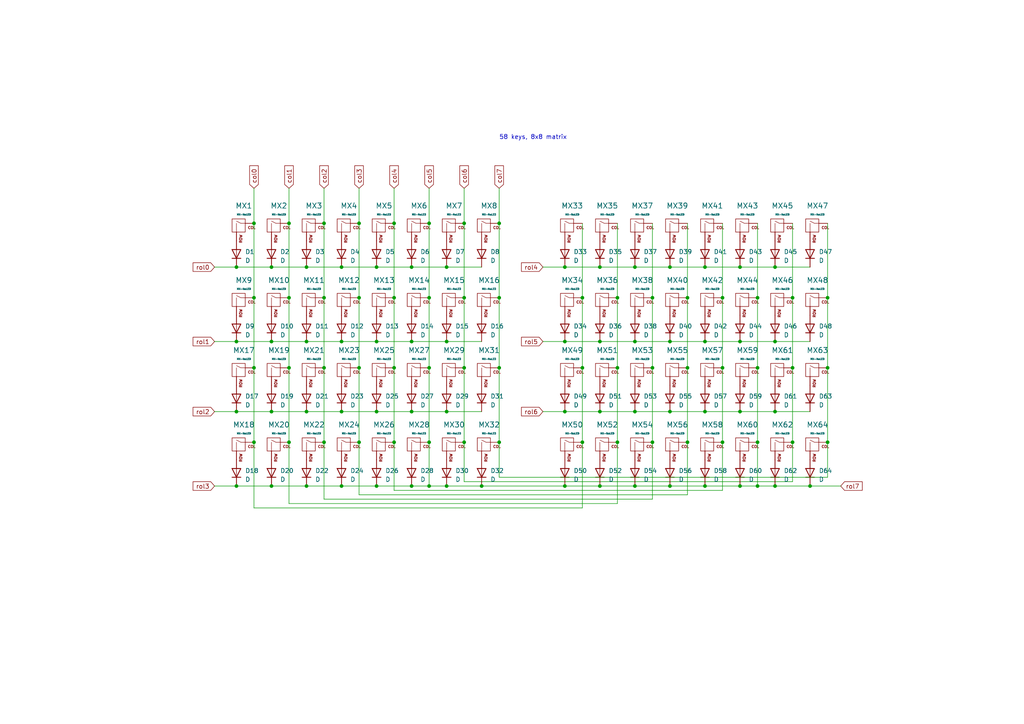
<source format=kicad_sch>
(kicad_sch (version 20230121) (generator eeschema)
  (paper "A4")
  (junction (at 229.87 128.27))
  (junction (at 129.54 119.38))
  (junction (at 224.79 99.06))
  (junction (at 88.9 77.47))
  (junction (at 109.22 119.38))
  (junction (at 114.3 86.36))
  (junction (at 134.62 86.36))
  (junction (at 119.38 140.97))
  (junction (at 114.3 64.77))
  (junction (at 204.47 77.47))
  (junction (at 199.39 128.27))
  (junction (at 144.78 64.77))
  (junction (at 224.79 140.97))
  (junction (at 214.63 77.47))
  (junction (at 163.83 77.47))
  (junction (at 78.74 77.47))
  (junction (at 163.83 99.06))
  (junction (at 219.71 86.36))
  (junction (at 88.9 140.97))
  (junction (at 184.15 140.97))
  (junction (at 119.38 77.47))
  (junction (at 68.58 119.38))
  (junction (at 134.62 128.27))
  (junction (at 189.23 128.27))
  (junction (at 114.3 128.27))
  (junction (at 124.46 140.97))
  (junction (at 179.07 106.68))
  (junction (at 204.47 119.38))
  (junction (at 199.39 86.36))
  (junction (at 109.22 99.06))
  (junction (at 194.31 119.38))
  (junction (at 88.9 119.38))
  (junction (at 173.99 119.38))
  (junction (at 68.58 140.97))
  (junction (at 109.22 140.97))
  (junction (at 219.71 140.97))
  (junction (at 179.07 128.27))
  (junction (at 73.66 128.27))
  (junction (at 99.06 140.97))
  (junction (at 73.66 106.68))
  (junction (at 168.91 128.27))
  (junction (at 229.87 106.68))
  (junction (at 83.82 106.68))
  (junction (at 93.98 128.27))
  (junction (at 134.62 64.77))
  (junction (at 194.31 77.47))
  (junction (at 184.15 99.06))
  (junction (at 144.78 128.27))
  (junction (at 173.99 140.97))
  (junction (at 73.66 86.36))
  (junction (at 240.03 106.68))
  (junction (at 240.03 86.36))
  (junction (at 204.47 99.06))
  (junction (at 78.74 140.97))
  (junction (at 204.47 140.97))
  (junction (at 224.79 119.38))
  (junction (at 214.63 99.06))
  (junction (at 68.58 99.06))
  (junction (at 78.74 119.38))
  (junction (at 163.83 119.38))
  (junction (at 144.78 86.36))
  (junction (at 234.95 140.97))
  (junction (at 224.79 77.47))
  (junction (at 189.23 86.36))
  (junction (at 93.98 64.77))
  (junction (at 129.54 77.47))
  (junction (at 119.38 119.38))
  (junction (at 124.46 106.68))
  (junction (at 214.63 119.38))
  (junction (at 73.66 64.77))
  (junction (at 104.14 128.27))
  (junction (at 168.91 86.36))
  (junction (at 83.82 128.27))
  (junction (at 173.99 99.06))
  (junction (at 83.82 86.36))
  (junction (at 173.99 77.47))
  (junction (at 189.23 106.68))
  (junction (at 93.98 106.68))
  (junction (at 104.14 106.68))
  (junction (at 129.54 99.06))
  (junction (at 124.46 64.77))
  (junction (at 184.15 119.38))
  (junction (at 209.55 86.36))
  (junction (at 194.31 140.97))
  (junction (at 83.82 64.77))
  (junction (at 119.38 99.06))
  (junction (at 129.54 140.97))
  (junction (at 68.58 77.47))
  (junction (at 214.63 140.97))
  (junction (at 184.15 77.47))
  (junction (at 104.14 64.77))
  (junction (at 124.46 128.27))
  (junction (at 163.83 140.97))
  (junction (at 179.07 86.36))
  (junction (at 114.3 106.68))
  (junction (at 104.14 86.36))
  (junction (at 109.22 77.47))
  (junction (at 199.39 106.68))
  (junction (at 194.31 99.06))
  (junction (at 139.7 140.97))
  (junction (at 99.06 119.38))
  (junction (at 124.46 86.36))
  (junction (at 168.91 106.68))
  (junction (at 209.55 106.68))
  (junction (at 219.71 106.68))
  (junction (at 134.62 106.68))
  (junction (at 144.78 106.68))
  (junction (at 99.06 99.06))
  (junction (at 88.9 99.06))
  (junction (at 209.55 128.27))
  (junction (at 219.71 128.27))
  (junction (at 229.87 86.36))
  (junction (at 99.06 77.47))
  (junction (at 78.74 99.06))
  (junction (at 240.03 128.27))
  (junction (at 93.98 86.36))
  (wire (pts (xy 88.9 140.97) (xy 99.06 140.97)))
  (wire (pts (xy 204.47 99.06) (xy 214.63 99.06)))
  (wire (pts (xy 114.3 106.68) (xy 114.3 128.27)))
  (wire (pts (xy 163.83 140.97) (xy 173.99 140.97)))
  (wire (pts (xy 124.46 106.68) (xy 124.46 128.27)))
  (wire (pts (xy 240.03 86.36) (xy 240.03 106.68)))
  (wire (pts (xy 73.66 54.61) (xy 73.66 64.77)))
  (wire (pts (xy 179.07 146.05) (xy 179.07 128.27)))
  (wire (pts (xy 224.79 140.97) (xy 234.95 140.97)))
  (wire (pts (xy 179.07 86.36) (xy 179.07 106.68)))
  (wire (pts (xy 229.87 106.68) (xy 229.87 128.27)))
  (wire (pts (xy 124.46 86.36) (xy 124.46 106.68)))
  (wire (pts (xy 134.62 54.61) (xy 134.62 64.77)))
  (wire (pts (xy 184.15 119.38) (xy 194.31 119.38)))
  (wire (pts (xy 62.23 140.97) (xy 68.58 140.97)))
  (wire (pts (xy 104.14 106.68) (xy 104.14 128.27)))
  (wire (pts (xy 168.91 106.68) (xy 168.91 128.27)))
  (wire (pts (xy 129.54 77.47) (xy 139.7 77.47)))
  (wire (pts (xy 124.46 54.61) (xy 124.46 64.77)))
  (wire (pts (xy 83.82 86.36) (xy 83.82 106.68)))
  (wire (pts (xy 73.66 86.36) (xy 73.66 106.68)))
  (wire (pts (xy 199.39 143.51) (xy 199.39 128.27)))
  (wire (pts (xy 173.99 119.38) (xy 184.15 119.38)))
  (wire (pts (xy 88.9 77.47) (xy 99.06 77.47)))
  (wire (pts (xy 83.82 64.77) (xy 83.82 86.36)))
  (wire (pts (xy 119.38 140.97) (xy 124.46 140.97)))
  (wire (pts (xy 124.46 140.97) (xy 129.54 140.97)))
  (wire (pts (xy 88.9 119.38) (xy 99.06 119.38)))
  (wire (pts (xy 214.63 99.06) (xy 224.79 99.06)))
  (wire (pts (xy 214.63 77.47) (xy 224.79 77.47)))
  (wire (pts (xy 168.91 86.36) (xy 168.91 106.68)))
  (wire (pts (xy 199.39 143.51) (xy 104.14 143.51)))
  (wire (pts (xy 78.74 119.38) (xy 88.9 119.38)))
  (wire (pts (xy 189.23 64.77) (xy 189.23 86.36)))
  (wire (pts (xy 173.99 77.47) (xy 184.15 77.47)))
  (wire (pts (xy 114.3 54.61) (xy 114.3 64.77)))
  (wire (pts (xy 173.99 140.97) (xy 184.15 140.97)))
  (wire (pts (xy 124.46 140.97) (xy 124.46 128.27)))
  (wire (pts (xy 68.58 119.38) (xy 78.74 119.38)))
  (wire (pts (xy 114.3 86.36) (xy 114.3 106.68)))
  (wire (pts (xy 83.82 106.68) (xy 83.82 128.27)))
  (wire (pts (xy 73.66 106.68) (xy 73.66 128.27)))
  (wire (pts (xy 204.47 77.47) (xy 214.63 77.47)))
  (wire (pts (xy 189.23 106.68) (xy 189.23 128.27)))
  (wire (pts (xy 189.23 144.78) (xy 189.23 128.27)))
  (wire (pts (xy 240.03 106.68) (xy 240.03 128.27)))
  (wire (pts (xy 139.7 140.97) (xy 163.83 140.97)))
  (wire (pts (xy 209.55 142.24) (xy 209.55 128.27)))
  (wire (pts (xy 184.15 99.06) (xy 194.31 99.06)))
  (wire (pts (xy 104.14 143.51) (xy 104.14 128.27)))
  (wire (pts (xy 93.98 64.77) (xy 93.98 86.36)))
  (wire (pts (xy 99.06 99.06) (xy 109.22 99.06)))
  (wire (pts (xy 214.63 119.38) (xy 224.79 119.38)))
  (wire (pts (xy 99.06 140.97) (xy 109.22 140.97)))
  (wire (pts (xy 240.03 138.43) (xy 240.03 128.27)))
  (wire (pts (xy 104.14 86.36) (xy 104.14 106.68)))
  (wire (pts (xy 144.78 64.77) (xy 144.78 86.36)))
  (wire (pts (xy 73.66 64.77) (xy 73.66 86.36)))
  (wire (pts (xy 68.58 77.47) (xy 78.74 77.47)))
  (wire (pts (xy 194.31 99.06) (xy 204.47 99.06)))
  (wire (pts (xy 93.98 106.68) (xy 93.98 128.27)))
  (wire (pts (xy 73.66 147.32) (xy 73.66 128.27)))
  (wire (pts (xy 119.38 99.06) (xy 129.54 99.06)))
  (wire (pts (xy 189.23 86.36) (xy 189.23 106.68)))
  (wire (pts (xy 219.71 86.36) (xy 219.71 106.68)))
  (wire (pts (xy 163.83 119.38) (xy 173.99 119.38)))
  (wire (pts (xy 62.23 119.38) (xy 68.58 119.38)))
  (wire (pts (xy 62.23 99.06) (xy 68.58 99.06)))
  (wire (pts (xy 129.54 99.06) (xy 139.7 99.06)))
  (wire (pts (xy 114.3 142.24) (xy 114.3 128.27)))
  (wire (pts (xy 78.74 77.47) (xy 88.9 77.47)))
  (wire (pts (xy 199.39 106.68) (xy 199.39 128.27)))
  (wire (pts (xy 93.98 86.36) (xy 93.98 106.68)))
  (wire (pts (xy 88.9 99.06) (xy 99.06 99.06)))
  (wire (pts (xy 124.46 64.77) (xy 124.46 86.36)))
  (wire (pts (xy 109.22 140.97) (xy 119.38 140.97)))
  (wire (pts (xy 144.78 106.68) (xy 144.78 128.27)))
  (wire (pts (xy 83.82 146.05) (xy 83.82 128.27)))
  (wire (pts (xy 204.47 119.38) (xy 214.63 119.38)))
  (wire (pts (xy 229.87 64.77) (xy 229.87 86.36)))
  (wire (pts (xy 144.78 138.43) (xy 144.78 128.27)))
  (wire (pts (xy 194.31 119.38) (xy 204.47 119.38)))
  (wire (pts (xy 93.98 144.78) (xy 93.98 128.27)))
  (wire (pts (xy 209.55 142.24) (xy 114.3 142.24)))
  (wire (pts (xy 119.38 77.47) (xy 129.54 77.47)))
  (wire (pts (xy 199.39 64.77) (xy 199.39 86.36)))
  (wire (pts (xy 219.71 64.77) (xy 219.71 86.36)))
  (wire (pts (xy 219.71 140.97) (xy 224.79 140.97)))
  (wire (pts (xy 224.79 119.38) (xy 234.95 119.38)))
  (wire (pts (xy 134.62 139.7) (xy 134.62 128.27)))
  (wire (pts (xy 134.62 64.77) (xy 134.62 86.36)))
  (wire (pts (xy 168.91 147.32) (xy 73.66 147.32)))
  (wire (pts (xy 129.54 140.97) (xy 139.7 140.97)))
  (wire (pts (xy 83.82 54.61) (xy 83.82 64.77)))
  (wire (pts (xy 229.87 139.7) (xy 134.62 139.7)))
  (wire (pts (xy 168.91 64.77) (xy 168.91 86.36)))
  (wire (pts (xy 240.03 138.43) (xy 144.78 138.43)))
  (wire (pts (xy 134.62 86.36) (xy 134.62 106.68)))
  (wire (pts (xy 189.23 144.78) (xy 93.98 144.78)))
  (wire (pts (xy 243.84 140.97) (xy 234.95 140.97)))
  (wire (pts (xy 134.62 106.68) (xy 134.62 128.27)))
  (wire (pts (xy 219.71 140.97) (xy 219.71 128.27)))
  (wire (pts (xy 163.83 99.06) (xy 173.99 99.06)))
  (wire (pts (xy 109.22 119.38) (xy 119.38 119.38)))
  (wire (pts (xy 184.15 77.47) (xy 194.31 77.47)))
  (wire (pts (xy 229.87 86.36) (xy 229.87 106.68)))
  (wire (pts (xy 184.15 140.97) (xy 194.31 140.97)))
  (wire (pts (xy 129.54 119.38) (xy 139.7 119.38)))
  (wire (pts (xy 109.22 77.47) (xy 119.38 77.47)))
  (wire (pts (xy 229.87 139.7) (xy 229.87 128.27)))
  (wire (pts (xy 68.58 140.97) (xy 78.74 140.97)))
  (wire (pts (xy 144.78 86.36) (xy 144.78 106.68)))
  (wire (pts (xy 209.55 106.68) (xy 209.55 128.27)))
  (wire (pts (xy 179.07 106.68) (xy 179.07 128.27)))
  (wire (pts (xy 78.74 140.97) (xy 88.9 140.97)))
  (wire (pts (xy 199.39 106.68) (xy 199.39 86.36)))
  (wire (pts (xy 179.07 146.05) (xy 83.82 146.05)))
  (wire (pts (xy 99.06 77.47) (xy 109.22 77.47)))
  (wire (pts (xy 168.91 147.32) (xy 168.91 128.27)))
  (wire (pts (xy 240.03 64.77) (xy 240.03 86.36)))
  (wire (pts (xy 114.3 64.77) (xy 114.3 86.36)))
  (wire (pts (xy 173.99 99.06) (xy 184.15 99.06)))
  (wire (pts (xy 224.79 99.06) (xy 234.95 99.06)))
  (wire (pts (xy 179.07 64.77) (xy 179.07 86.36)))
  (wire (pts (xy 209.55 86.36) (xy 209.55 106.68)))
  (wire (pts (xy 194.31 77.47) (xy 204.47 77.47)))
  (wire (pts (xy 62.23 77.47) (xy 68.58 77.47)))
  (wire (pts (xy 163.83 77.47) (xy 173.99 77.47)))
  (wire (pts (xy 93.98 54.61) (xy 93.98 64.77)))
  (wire (pts (xy 99.06 119.38) (xy 109.22 119.38)))
  (wire (pts (xy 68.58 99.06) (xy 78.74 99.06)))
  (wire (pts (xy 224.79 77.47) (xy 234.95 77.47)))
  (wire (pts (xy 204.47 140.97) (xy 214.63 140.97)))
  (wire (pts (xy 157.48 99.06) (xy 163.83 99.06)))
  (wire (pts (xy 194.31 140.97) (xy 204.47 140.97)))
  (wire (pts (xy 157.48 119.38) (xy 163.83 119.38)))
  (wire (pts (xy 209.55 64.77) (xy 209.55 86.36)))
  (wire (pts (xy 144.78 54.61) (xy 144.78 64.77)))
  (wire (pts (xy 219.71 106.68) (xy 219.71 128.27)))
  (wire (pts (xy 109.22 99.06) (xy 119.38 99.06)))
  (wire (pts (xy 214.63 140.97) (xy 219.71 140.97)))
  (wire (pts (xy 104.14 64.77) (xy 104.14 86.36)))
  (wire (pts (xy 78.74 99.06) (xy 88.9 99.06)))
  (wire (pts (xy 157.48 77.47) (xy 163.83 77.47)))
  (wire (pts (xy 104.14 54.61) (xy 104.14 64.77)))
  (wire (pts (xy 119.38 119.38) (xy 129.54 119.38)))
  (text "58 keys, 8x8 matrix" (at 144.78 40.64 0) (effects (font (size 1.27 1.27)) (justify left bottom)))
  (global_label "rol0" (shape input) (at 62.23 77.47 180) (property "Intersheetrefs" "${INTERSHEET_REFS}" (effects hide)))
  (global_label "col5" (shape input) (at 124.46 54.61 90) (property "Intersheetrefs" "${INTERSHEET_REFS}" (effects hide)))
  (global_label "col6" (shape input) (at 134.62 54.61 90) (property "Intersheetrefs" "${INTERSHEET_REFS}" (effects hide)))
  (global_label "col7" (shape input) (at 144.78 54.61 90) (property "Intersheetrefs" "${INTERSHEET_REFS}" (effects hide)))
  (global_label "rol1" (shape input) (at 62.23 99.06 180) (property "Intersheetrefs" "${INTERSHEET_REFS}" (effects hide)))
  (global_label "rol6" (shape input) (at 157.48 119.38 180) (property "Intersheetrefs" "${INTERSHEET_REFS}" (effects hide)))
  (global_label "col1" (shape input) (at 83.82 54.61 90) (property "Intersheetrefs" "${INTERSHEET_REFS}" (effects hide)))
  (global_label "rol3" (shape input) (at 62.23 140.97 180) (property "Intersheetrefs" "${INTERSHEET_REFS}" (effects hide)))
  (global_label "rol2" (shape input) (at 62.23 119.38 180) (property "Intersheetrefs" "${INTERSHEET_REFS}" (effects hide)))
  (global_label "rol4" (shape input) (at 157.48 77.47 180) (property "Intersheetrefs" "${INTERSHEET_REFS}" (effects hide)))
  (global_label "col4" (shape input) (at 114.3 54.61 90) (property "Intersheetrefs" "${INTERSHEET_REFS}" (effects hide)))
  (global_label "col0" (shape input) (at 73.66 54.61 90) (property "Intersheetrefs" "${INTERSHEET_REFS}" (effects hide)))
  (global_label "col2" (shape input) (at 93.98 54.61 90) (property "Intersheetrefs" "${INTERSHEET_REFS}" (effects hide)))
  (global_label "col3" (shape input) (at 104.14 54.61 90) (property "Intersheetrefs" "${INTERSHEET_REFS}" (effects hide)))
  (global_label "rol7" (shape input) (at 243.84 140.97 0) (property "Intersheetrefs" "${INTERSHEET_REFS}" (effects hide)))
  (global_label "rol5" (shape input) (at 157.48 99.06 180) (property "Intersheetrefs" "${INTERSHEET_REFS}" (effects hide)))
  (symbol (lib_id "Device:D") (at 68.58 137.16 90) (unit 1)
    (property "Reference" "D18" (at 71.12 136.525 90) (effects (justify right)))
    (property "Value" "D" (at 71.12 139.065 90) (effects (justify right)))
    (property "Footprint" "Diode_SMD:D_0201_0603Metric_Pad0.64x0.40mm_HandSolder" (effects hide))
    (property "Sim.Device" "D" (effects hide))
    (property "Sim.Pins" "1=K 2=A" (effects hide))
  )
  (symbol (lib_id "Device:D") (at 99.06 137.16 90) (unit 1)
    (property "Reference" "D24" (at 101.6 136.525 90) (effects (justify right)))
    (property "Value" "D" (at 101.6 139.065 90) (effects (justify right)))
    (property "Footprint" "Diode_SMD:D_0201_0603Metric_Pad0.64x0.40mm_HandSolder" (effects hide))
    (property "Sim.Device" "D" (effects hide))
    (property "Sim.Pins" "1=K 2=A" (effects hide))
  )
  (symbol (lib_id "Device:D") (at 204.47 115.57 90) (unit 1)
    (property "Reference" "D57" (at 207.01 114.935 90) (effects (justify right)))
    (property "Value" "D" (at 207.01 117.475 90) (effects (justify right)))
    (property "Footprint" "Diode_SMD:D_0201_0603Metric_Pad0.64x0.40mm_HandSolder" (effects hide))
    (property "Sim.Device" "D" (effects hide))
    (property "Sim.Pins" "1=K 2=A" (effects hide))
  )
  (symbol (lib_id "Device:D") (at 184.15 137.16 90) (unit 1)
    (property "Reference" "D54" (at 186.69 136.525 90) (effects (justify right)))
    (property "Value" "D" (at 186.69 139.065 90) (effects (justify right)))
    (property "Footprint" "Diode_SMD:D_0201_0603Metric_Pad0.64x0.40mm_HandSolder" (effects hide))
    (property "Sim.Device" "D" (effects hide))
    (property "Sim.Pins" "1=K 2=A" (effects hide))
  )
  (symbol (lib_id "MX_Alps_Hybrid:MX-NoLED") (at 100.33 129.54 0) (unit 1)
    (property "Reference" "MX24" (at 101.2132 123.19 0) (effects (font (size 1.524 1.524))))
    (property "Value" "MX-NoLED" (at 101.2132 125.73 0) (effects (font (size 0.508 0.508))))
    (property "Footprint" "Button_Switch_Keyboard:SW_Cherry_MX_1.00u_PCB" (effects hide))
  )
  (symbol (lib_id "MX_Alps_Hybrid:MX-NoLED") (at 140.97 66.04 0) (unit 1)
    (property "Reference" "MX8" (at 141.8532 59.69 0) (effects (font (size 1.524 1.524))))
    (property "Value" "MX-NoLED" (at 141.8532 62.23 0) (effects (font (size 0.508 0.508))))
    (property "Footprint" "Button_Switch_Keyboard:SW_Cherry_MX_1.00u_PCB" (effects hide))
  )
  (symbol (lib_id "Device:D") (at 99.06 95.25 90) (unit 1)
    (property "Reference" "D12" (at 101.6 94.615 90) (effects (justify right)))
    (property "Value" "D" (at 101.6 97.155 90) (effects (justify right)))
    (property "Footprint" "Diode_SMD:D_0201_0603Metric_Pad0.64x0.40mm_HandSolder" (effects hide))
    (property "Sim.Device" "D" (effects hide))
    (property "Sim.Pins" "1=K 2=A" (effects hide))
  )
  (symbol (lib_id "Device:D") (at 214.63 115.57 90) (unit 1)
    (property "Reference" "D59" (at 217.17 114.935 90) (effects (justify right)))
    (property "Value" "D" (at 217.17 117.475 90) (effects (justify right)))
    (property "Footprint" "Diode_SMD:D_0201_0603Metric_Pad0.64x0.40mm_HandSolder" (effects hide))
    (property "Sim.Device" "D" (effects hide))
    (property "Sim.Pins" "1=K 2=A" (effects hide))
  )
  (symbol (lib_id "MX_Alps_Hybrid:MX-NoLED") (at 140.97 107.95 0) (unit 1)
    (property "Reference" "MX31" (at 141.8532 101.6 0) (effects (font (size 1.524 1.524))))
    (property "Value" "MX-NoLED" (at 141.8532 104.14 0) (effects (font (size 0.508 0.508))))
    (property "Footprint" "Button_Switch_Keyboard:SW_Cherry_MX_1.00u_PCB" (effects hide))
  )
  (symbol (lib_id "Device:D") (at 68.58 95.25 90) (unit 1)
    (property "Reference" "D9" (at 71.12 94.615 90) (effects (justify right)))
    (property "Value" "D" (at 71.12 97.155 90) (effects (justify right)))
    (property "Footprint" "Diode_SMD:D_0201_0603Metric_Pad0.64x0.40mm_HandSolder" (effects hide))
    (property "Sim.Device" "D" (effects hide))
    (property "Sim.Pins" "1=K 2=A" (effects hide))
  )
  (symbol (lib_id "MX_Alps_Hybrid:MX-NoLED") (at 165.1 129.54 0) (unit 1)
    (property "Reference" "MX50" (at 165.9832 123.19 0) (effects (font (size 1.524 1.524))))
    (property "Value" "MX-NoLED" (at 165.9832 125.73 0) (effects (font (size 0.508 0.508))))
    (property "Footprint" "Button_Switch_Keyboard:SW_Cherry_MX_1.00u_PCB" (effects hide))
  )
  (symbol (lib_id "MX_Alps_Hybrid:MX-NoLED") (at 120.65 107.95 0) (unit 1)
    (property "Reference" "MX27" (at 121.5332 101.6 0) (effects (font (size 1.524 1.524))))
    (property "Value" "MX-NoLED" (at 121.5332 104.14 0) (effects (font (size 0.508 0.508))))
    (property "Footprint" "Button_Switch_Keyboard:SW_Cherry_MX_1.00u_PCB" (effects hide))
  )
  (symbol (lib_id "MX_Alps_Hybrid:MX-NoLED") (at 205.74 66.04 0) (unit 1)
    (property "Reference" "MX41" (at 206.6232 59.69 0) (effects (font (size 1.524 1.524))))
    (property "Value" "MX-NoLED" (at 206.6232 62.23 0) (effects (font (size 0.508 0.508))))
    (property "Footprint" "Button_Switch_Keyboard:SW_Cherry_MX_1.00u_PCB" (effects hide))
  )
  (symbol (lib_id "Device:D") (at 204.47 73.66 90) (unit 1)
    (property "Reference" "D41" (at 207.01 73.025 90) (effects (justify right)))
    (property "Value" "D" (at 207.01 75.565 90) (effects (justify right)))
    (property "Footprint" "Diode_SMD:D_0201_0603Metric_Pad0.64x0.40mm_HandSolder" (effects hide))
    (property "Sim.Device" "D" (effects hide))
    (property "Sim.Pins" "1=K 2=A" (effects hide))
  )
  (symbol (lib_id "Device:D") (at 224.79 115.57 90) (unit 1)
    (property "Reference" "D61" (at 227.33 114.935 90) (effects (justify right)))
    (property "Value" "D" (at 227.33 117.475 90) (effects (justify right)))
    (property "Footprint" "Diode_SMD:D_0201_0603Metric_Pad0.64x0.40mm_HandSolder" (effects hide))
    (property "Sim.Device" "D" (effects hide))
    (property "Sim.Pins" "1=K 2=A" (effects hide))
  )
  (symbol (lib_id "Device:D") (at 184.15 95.25 90) (unit 1)
    (property "Reference" "D38" (at 186.69 94.615 90) (effects (justify right)))
    (property "Value" "D" (at 186.69 97.155 90) (effects (justify right)))
    (property "Footprint" "Diode_SMD:D_0201_0603Metric_Pad0.64x0.40mm_HandSolder" (effects hide))
    (property "Sim.Device" "D" (effects hide))
    (property "Sim.Pins" "1=K 2=A" (effects hide))
  )
  (symbol (lib_id "MX_Alps_Hybrid:MX-NoLED") (at 226.06 129.54 0) (unit 1)
    (property "Reference" "MX62" (at 226.9432 123.19 0) (effects (font (size 1.524 1.524))))
    (property "Value" "MX-NoLED" (at 226.9432 125.73 0) (effects (font (size 0.508 0.508))))
    (property "Footprint" "Button_Switch_Keyboard:SW_Cherry_MX_1.00u_PCB" (effects hide))
  )
  (symbol (lib_id "Device:D") (at 214.63 95.25 90) (unit 1)
    (property "Reference" "D44" (at 217.17 94.615 90) (effects (justify right)))
    (property "Value" "D" (at 217.17 97.155 90) (effects (justify right)))
    (property "Footprint" "Diode_SMD:D_0201_0603Metric_Pad0.64x0.40mm_HandSolder" (effects hide))
    (property "Sim.Device" "D" (effects hide))
    (property "Sim.Pins" "1=K 2=A" (effects hide))
  )
  (symbol (lib_id "Device:D") (at 78.74 115.57 90) (unit 1)
    (property "Reference" "D19" (at 81.28 114.935 90) (effects (justify right)))
    (property "Value" "D" (at 81.28 117.475 90) (effects (justify right)))
    (property "Footprint" "Diode_SMD:D_0201_0603Metric_Pad0.64x0.40mm_HandSolder" (effects hide))
    (property "Sim.Device" "D" (effects hide))
    (property "Sim.Pins" "1=K 2=A" (effects hide))
  )
  (symbol (lib_id "Device:D") (at 129.54 73.66 90) (unit 1)
    (property "Reference" "D7" (at 132.08 73.025 90) (effects (justify right)))
    (property "Value" "D" (at 132.08 75.565 90) (effects (justify right)))
    (property "Footprint" "Diode_SMD:D_0201_0603Metric_Pad0.64x0.40mm_HandSolder" (effects hide))
    (property "Sim.Device" "D" (effects hide))
    (property "Sim.Pins" "1=K 2=A" (effects hide))
  )
  (symbol (lib_id "Device:D") (at 78.74 137.16 90) (unit 1)
    (property "Reference" "D20" (at 81.28 136.525 90) (effects (justify right)))
    (property "Value" "D" (at 81.28 139.065 90) (effects (justify right)))
    (property "Footprint" "Diode_SMD:D_0201_0603Metric_Pad0.64x0.40mm_HandSolder" (effects hide))
    (property "Sim.Device" "D" (effects hide))
    (property "Sim.Pins" "1=K 2=A" (effects hide))
  )
  (symbol (lib_id "Device:D") (at 163.83 115.57 90) (unit 1)
    (property "Reference" "D49" (at 166.37 114.935 90) (effects (justify right)))
    (property "Value" "D" (at 166.37 117.475 90) (effects (justify right)))
    (property "Footprint" "Diode_SMD:D_0201_0603Metric_Pad0.64x0.40mm_HandSolder" (effects hide))
    (property "Sim.Device" "D" (effects hide))
    (property "Sim.Pins" "1=K 2=A" (effects hide))
  )
  (symbol (lib_id "Device:D") (at 194.31 95.25 90) (unit 1)
    (property "Reference" "D40" (at 196.85 94.615 90) (effects (justify right)))
    (property "Value" "D" (at 196.85 97.155 90) (effects (justify right)))
    (property "Footprint" "Diode_SMD:D_0201_0603Metric_Pad0.64x0.40mm_HandSolder" (effects hide))
    (property "Sim.Device" "D" (effects hide))
    (property "Sim.Pins" "1=K 2=A" (effects hide))
  )
  (symbol (lib_id "MX_Alps_Hybrid:MX-NoLED") (at 226.06 107.95 0) (unit 1)
    (property "Reference" "MX61" (at 226.9432 101.6 0) (effects (font (size 1.524 1.524))))
    (property "Value" "MX-NoLED" (at 226.9432 104.14 0) (effects (font (size 0.508 0.508))))
    (property "Footprint" "Button_Switch_Keyboard:SW_Cherry_MX_1.00u_PCB" (effects hide))
  )
  (symbol (lib_id "Device:D") (at 119.38 95.25 90) (unit 1)
    (property "Reference" "D14" (at 121.92 94.615 90) (effects (justify right)))
    (property "Value" "D" (at 121.92 97.155 90) (effects (justify right)))
    (property "Footprint" "Diode_SMD:D_0201_0603Metric_Pad0.64x0.40mm_HandSolder" (effects hide))
    (property "Sim.Device" "D" (effects hide))
    (property "Sim.Pins" "1=K 2=A" (effects hide))
  )
  (symbol (lib_id "Device:D") (at 129.54 115.57 90) (unit 1)
    (property "Reference" "D29" (at 132.08 114.935 90) (effects (justify right)))
    (property "Value" "D" (at 132.08 117.475 90) (effects (justify right)))
    (property "Footprint" "Diode_SMD:D_0201_0603Metric_Pad0.64x0.40mm_HandSolder" (effects hide))
    (property "Sim.Device" "D" (effects hide))
    (property "Sim.Pins" "1=K 2=A" (effects hide))
  )
  (symbol (lib_id "MX_Alps_Hybrid:MX-NoLED") (at 69.85 66.04 0) (unit 1)
    (property "Reference" "MX1" (at 70.7332 59.69 0) (effects (font (size 1.524 1.524))))
    (property "Value" "MX-NoLED" (at 70.7332 62.23 0) (effects (font (size 0.508 0.508))))
    (property "Footprint" "Button_Switch_Keyboard:SW_Cherry_MX_1.00u_PCB" (effects hide))
  )
  (symbol (lib_id "MX_Alps_Hybrid:MX-NoLED") (at 236.22 87.63 0) (unit 1)
    (property "Reference" "MX48" (at 237.1032 81.28 0) (effects (font (size 1.524 1.524))))
    (property "Value" "MX-NoLED" (at 237.1032 83.82 0) (effects (font (size 0.508 0.508))))
    (property "Footprint" "Button_Switch_Keyboard:SW_Cherry_MX_1.00u_PCB" (effects hide))
  )
  (symbol (lib_id "MX_Alps_Hybrid:MX-NoLED") (at 80.01 87.63 0) (unit 1)
    (property "Reference" "MX10" (at 80.8932 81.28 0) (effects (font (size 1.524 1.524))))
    (property "Value" "MX-NoLED" (at 80.8932 83.82 0) (effects (font (size 0.508 0.508))))
    (property "Footprint" "Button_Switch_Keyboard:SW_Cherry_MX_1.00u_PCB" (effects hide))
  )
  (symbol (lib_id "Device:D") (at 234.95 137.16 90) (unit 1)
    (property "Reference" "D64" (at 237.49 136.525 90) (effects (justify right)))
    (property "Value" "D" (at 237.49 139.065 90) (effects (justify right)))
    (property "Footprint" "Diode_SMD:D_0201_0603Metric_Pad0.64x0.40mm_HandSolder" (effects hide))
    (property "Sim.Device" "D" (effects hide))
    (property "Sim.Pins" "1=K 2=A" (effects hide))
  )
  (symbol (lib_id "MX_Alps_Hybrid:MX-NoLED") (at 205.74 107.95 0) (unit 1)
    (property "Reference" "MX57" (at 206.6232 101.6 0) (effects (font (size 1.524 1.524))))
    (property "Value" "MX-NoLED" (at 206.6232 104.14 0) (effects (font (size 0.508 0.508))))
    (property "Footprint" "Button_Switch_Keyboard:SW_Cherry_MX_1.00u_PCB" (effects hide))
  )
  (symbol (lib_id "MX_Alps_Hybrid:MX-NoLED") (at 120.65 66.04 0) (unit 1)
    (property "Reference" "MX6" (at 121.5332 59.69 0) (effects (font (size 1.524 1.524))))
    (property "Value" "MX-NoLED" (at 121.5332 62.23 0) (effects (font (size 0.508 0.508))))
    (property "Footprint" "Button_Switch_Keyboard:SW_Cherry_MX_1.00u_PCB" (effects hide))
  )
  (symbol (lib_id "MX_Alps_Hybrid:MX-NoLED") (at 69.85 87.63 0) (unit 1)
    (property "Reference" "MX9" (at 70.7332 81.28 0) (effects (font (size 1.524 1.524))))
    (property "Value" "MX-NoLED" (at 70.7332 83.82 0) (effects (font (size 0.508 0.508))))
    (property "Footprint" "Button_Switch_Keyboard:SW_Cherry_MX_1.00u_PCB" (effects hide))
  )
  (symbol (lib_id "MX_Alps_Hybrid:MX-NoLED") (at 195.58 66.04 0) (unit 1)
    (property "Reference" "MX39" (at 196.4632 59.69 0) (effects (font (size 1.524 1.524))))
    (property "Value" "MX-NoLED" (at 196.4632 62.23 0) (effects (font (size 0.508 0.508))))
    (property "Footprint" "Button_Switch_Keyboard:SW_Cherry_MX_1.00u_PCB" (effects hide))
  )
  (symbol (lib_id "Device:D") (at 224.79 73.66 90) (unit 1)
    (property "Reference" "D45" (at 227.33 73.025 90) (effects (justify right)))
    (property "Value" "D" (at 227.33 75.565 90) (effects (justify right)))
    (property "Footprint" "Diode_SMD:D_0201_0603Metric_Pad0.64x0.40mm_HandSolder" (effects hide))
    (property "Sim.Device" "D" (effects hide))
    (property "Sim.Pins" "1=K 2=A" (effects hide))
  )
  (symbol (lib_id "MX_Alps_Hybrid:MX-NoLED") (at 80.01 107.95 0) (unit 1)
    (property "Reference" "MX19" (at 80.8932 101.6 0) (effects (font (size 1.524 1.524))))
    (property "Value" "MX-NoLED" (at 80.8932 104.14 0) (effects (font (size 0.508 0.508))))
    (property "Footprint" "Button_Switch_Keyboard:SW_Cherry_MX_1.00u_PCB" (effects hide))
  )
  (symbol (lib_id "Device:D") (at 88.9 95.25 90) (unit 1)
    (property "Reference" "D11" (at 91.44 94.615 90) (effects (justify right)))
    (property "Value" "D" (at 91.44 97.155 90) (effects (justify right)))
    (property "Footprint" "Diode_SMD:D_0201_0603Metric_Pad0.64x0.40mm_HandSolder" (effects hide))
    (property "Sim.Device" "D" (effects hide))
    (property "Sim.Pins" "1=K 2=A" (effects hide))
  )
  (symbol (lib_id "Device:D") (at 214.63 73.66 90) (unit 1)
    (property "Reference" "D43" (at 217.17 73.025 90) (effects (justify right)))
    (property "Value" "D" (at 217.17 75.565 90) (effects (justify right)))
    (property "Footprint" "Diode_SMD:D_0201_0603Metric_Pad0.64x0.40mm_HandSolder" (effects hide))
    (property "Sim.Device" "D" (effects hide))
    (property "Sim.Pins" "1=K 2=A" (effects hide))
  )
  (symbol (lib_id "Device:D") (at 109.22 137.16 90) (unit 1)
    (property "Reference" "D26" (at 111.76 136.525 90) (effects (justify right)))
    (property "Value" "D" (at 111.76 139.065 90) (effects (justify right)))
    (property "Footprint" "Diode_SMD:D_0201_0603Metric_Pad0.64x0.40mm_HandSolder" (effects hide))
    (property "Sim.Device" "D" (effects hide))
    (property "Sim.Pins" "1=K 2=A" (effects hide))
  )
  (symbol (lib_id "MX_Alps_Hybrid:MX-NoLED") (at 226.06 87.63 0) (unit 1)
    (property "Reference" "MX46" (at 226.9432 81.28 0) (effects (font (size 1.524 1.524))))
    (property "Value" "MX-NoLED" (at 226.9432 83.82 0) (effects (font (size 0.508 0.508))))
    (property "Footprint" "Button_Switch_Keyboard:SW_Cherry_MX_1.00u_PCB" (effects hide))
  )
  (symbol (lib_id "MX_Alps_Hybrid:MX-NoLED") (at 165.1 87.63 0) (unit 1)
    (property "Reference" "MX34" (at 165.9832 81.28 0) (effects (font (size 1.524 1.524))))
    (property "Value" "MX-NoLED" (at 165.9832 83.82 0) (effects (font (size 0.508 0.508))))
    (property "Footprint" "Button_Switch_Keyboard:SW_Cherry_MX_1.00u_PCB" (effects hide))
  )
  (symbol (lib_id "Device:D") (at 99.06 115.57 90) (unit 1)
    (property "Reference" "D23" (at 101.6 114.935 90) (effects (justify right)))
    (property "Value" "D" (at 101.6 117.475 90) (effects (justify right)))
    (property "Footprint" "Diode_SMD:D_0201_0603Metric_Pad0.64x0.40mm_HandSolder" (effects hide))
    (property "Sim.Device" "D" (effects hide))
    (property "Sim.Pins" "1=K 2=A" (effects hide))
  )
  (symbol (lib_id "MX_Alps_Hybrid:MX-NoLED") (at 195.58 87.63 0) (unit 1)
    (property "Reference" "MX40" (at 196.4632 81.28 0) (effects (font (size 1.524 1.524))))
    (property "Value" "MX-NoLED" (at 196.4632 83.82 0) (effects (font (size 0.508 0.508))))
    (property "Footprint" "Button_Switch_Keyboard:SW_Cherry_MX_1.00u_PCB" (effects hide))
  )
  (symbol (lib_id "MX_Alps_Hybrid:MX-NoLED") (at 69.85 107.95 0) (unit 1)
    (property "Reference" "MX17" (at 70.7332 101.6 0) (effects (font (size 1.524 1.524))))
    (property "Value" "MX-NoLED" (at 70.7332 104.14 0) (effects (font (size 0.508 0.508))))
    (property "Footprint" "Button_Switch_Keyboard:SW_Cherry_MX_1.00u_PCB" (effects hide))
  )
  (symbol (lib_id "MX_Alps_Hybrid:MX-NoLED") (at 236.22 66.04 0) (unit 1)
    (property "Reference" "MX47" (at 237.1032 59.69 0) (effects (font (size 1.524 1.524))))
    (property "Value" "MX-NoLED" (at 237.1032 62.23 0) (effects (font (size 0.508 0.508))))
    (property "Footprint" "Button_Switch_Keyboard:SW_Cherry_MX_1.00u_PCB" (effects hide))
  )
  (symbol (lib_id "Device:D") (at 234.95 73.66 90) (unit 1)
    (property "Reference" "D47" (at 237.49 73.025 90) (effects (justify right)))
    (property "Value" "D" (at 237.49 75.565 90) (effects (justify right)))
    (property "Footprint" "Diode_SMD:D_0201_0603Metric_Pad0.64x0.40mm_HandSolder" (effects hide))
    (property "Sim.Device" "D" (effects hide))
    (property "Sim.Pins" "1=K 2=A" (effects hide))
  )
  (symbol (lib_id "Device:D") (at 234.95 115.57 90) (unit 1)
    (property "Reference" "D63" (at 237.49 114.935 90) (effects (justify right)))
    (property "Value" "D" (at 237.49 117.475 90) (effects (justify right)))
    (property "Footprint" "Diode_SMD:D_0201_0603Metric_Pad0.64x0.40mm_HandSolder" (effects hide))
    (property "Sim.Device" "D" (effects hide))
    (property "Sim.Pins" "1=K 2=A" (effects hide))
  )
  (symbol (lib_id "MX_Alps_Hybrid:MX-NoLED") (at 175.26 129.54 0) (unit 1)
    (property "Reference" "MX52" (at 176.1432 123.19 0) (effects (font (size 1.524 1.524))))
    (property "Value" "MX-NoLED" (at 176.1432 125.73 0) (effects (font (size 0.508 0.508))))
    (property "Footprint" "Button_Switch_Keyboard:SW_Cherry_MX_1.00u_PCB" (effects hide))
  )
  (symbol (lib_id "Device:D") (at 88.9 137.16 90) (unit 1)
    (property "Reference" "D22" (at 91.44 136.525 90) (effects (justify right)))
    (property "Value" "D" (at 91.44 139.065 90) (effects (justify right)))
    (property "Footprint" "Diode_SMD:D_0201_0603Metric_Pad0.64x0.40mm_HandSolder" (effects hide))
    (property "Sim.Device" "D" (effects hide))
    (property "Sim.Pins" "1=K 2=A" (effects hide))
  )
  (symbol (lib_id "Device:D") (at 119.38 73.66 90) (unit 1)
    (property "Reference" "D6" (at 121.92 73.025 90) (effects (justify right)))
    (property "Value" "D" (at 121.92 75.565 90) (effects (justify right)))
    (property "Footprint" "Diode_SMD:D_0201_0603Metric_Pad0.64x0.40mm_HandSolder" (effects hide))
    (property "Sim.Device" "D" (effects hide))
    (property "Sim.Pins" "1=K 2=A" (effects hide))
  )
  (symbol (lib_id "Device:D") (at 129.54 95.25 90) (unit 1)
    (property "Reference" "D15" (at 132.08 94.615 90) (effects (justify right)))
    (property "Value" "D" (at 132.08 97.155 90) (effects (justify right)))
    (property "Footprint" "Diode_SMD:D_0201_0603Metric_Pad0.64x0.40mm_HandSolder" (effects hide))
    (property "Sim.Device" "D" (effects hide))
    (property "Sim.Pins" "1=K 2=A" (effects hide))
  )
  (symbol (lib_id "Device:D") (at 184.15 115.57 90) (unit 1)
    (property "Reference" "D53" (at 186.69 114.935 90) (effects (justify right)))
    (property "Value" "D" (at 186.69 117.475 90) (effects (justify right)))
    (property "Footprint" "Diode_SMD:D_0201_0603Metric_Pad0.64x0.40mm_HandSolder" (effects hide))
    (property "Sim.Device" "D" (effects hide))
    (property "Sim.Pins" "1=K 2=A" (effects hide))
  )
  (symbol (lib_id "MX_Alps_Hybrid:MX-NoLED") (at 165.1 66.04 0) (unit 1)
    (property "Reference" "MX33" (at 165.9832 59.69 0) (effects (font (size 1.524 1.524))))
    (property "Value" "MX-NoLED" (at 165.9832 62.23 0) (effects (font (size 0.508 0.508))))
    (property "Footprint" "Button_Switch_Keyboard:SW_Cherry_MX_1.00u_PCB" (effects hide))
  )
  (symbol (lib_id "MX_Alps_Hybrid:MX-NoLED") (at 120.65 129.54 0) (unit 1)
    (property "Reference" "MX28" (at 121.5332 123.19 0) (effects (font (size 1.524 1.524))))
    (property "Value" "MX-NoLED" (at 121.5332 125.73 0) (effects (font (size 0.508 0.508))))
    (property "Footprint" "Button_Switch_Keyboard:SW_Cherry_MX_1.00u_PCB" (effects hide))
  )
  (symbol (lib_id "Device:D") (at 88.9 115.57 90) (unit 1)
    (property "Reference" "D21" (at 91.44 114.935 90) (effects (justify right)))
    (property "Value" "D" (at 91.44 117.475 90) (effects (justify right)))
    (property "Footprint" "Diode_SMD:D_0201_0603Metric_Pad0.64x0.40mm_HandSolder" (effects hide))
    (property "Sim.Device" "D" (effects hide))
    (property "Sim.Pins" "1=K 2=A" (effects hide))
  )
  (symbol (lib_id "MX_Alps_Hybrid:MX-NoLED") (at 90.17 129.54 0) (unit 1)
    (property "Reference" "MX22" (at 91.0532 123.19 0) (effects (font (size 1.524 1.524))))
    (property "Value" "MX-NoLED" (at 91.0532 125.73 0) (effects (font (size 0.508 0.508))))
    (property "Footprint" "Button_Switch_Keyboard:SW_Cherry_MX_1.00u_PCB" (effects hide))
  )
  (symbol (lib_id "Device:D") (at 129.54 137.16 90) (unit 1)
    (property "Reference" "D30" (at 132.08 136.525 90) (effects (justify right)))
    (property "Value" "D" (at 132.08 139.065 90) (effects (justify right)))
    (property "Footprint" "Diode_SMD:D_0201_0603Metric_Pad0.64x0.40mm_HandSolder" (effects hide))
    (property "Sim.Device" "D" (effects hide))
    (property "Sim.Pins" "1=K 2=A" (effects hide))
  )
  (symbol (lib_id "MX_Alps_Hybrid:MX-NoLED") (at 185.42 87.63 0) (unit 1)
    (property "Reference" "MX38" (at 186.3032 81.28 0) (effects (font (size 1.524 1.524))))
    (property "Value" "MX-NoLED" (at 186.3032 83.82 0) (effects (font (size 0.508 0.508))))
    (property "Footprint" "Button_Switch_Keyboard:SW_Cherry_MX_1.00u_PCB" (effects hide))
  )
  (symbol (lib_id "MX_Alps_Hybrid:MX-NoLED") (at 90.17 107.95 0) (unit 1)
    (property "Reference" "MX21" (at 91.0532 101.6 0) (effects (font (size 1.524 1.524))))
    (property "Value" "MX-NoLED" (at 91.0532 104.14 0) (effects (font (size 0.508 0.508))))
    (property "Footprint" "Button_Switch_Keyboard:SW_Cherry_MX_1.00u_PCB" (effects hide))
  )
  (symbol (lib_id "MX_Alps_Hybrid:MX-NoLED") (at 226.06 66.04 0) (unit 1)
    (property "Reference" "MX45" (at 226.9432 59.69 0) (effects (font (size 1.524 1.524))))
    (property "Value" "MX-NoLED" (at 226.9432 62.23 0) (effects (font (size 0.508 0.508))))
    (property "Footprint" "Button_Switch_Keyboard:SW_Cherry_MX_1.00u_PCB" (effects hide))
  )
  (symbol (lib_id "Device:D") (at 163.83 95.25 90) (unit 1)
    (property "Reference" "D34" (at 166.37 94.615 90) (effects (justify right)))
    (property "Value" "D" (at 166.37 97.155 90) (effects (justify right)))
    (property "Footprint" "Diode_SMD:D_0201_0603Metric_Pad0.64x0.40mm_HandSolder" (effects hide))
    (property "Sim.Device" "D" (effects hide))
    (property "Sim.Pins" "1=K 2=A" (effects hide))
  )
  (symbol (lib_id "MX_Alps_Hybrid:MX-NoLED") (at 236.22 107.95 0) (unit 1)
    (property "Reference" "MX63" (at 237.1032 101.6 0) (effects (font (size 1.524 1.524))))
    (property "Value" "MX-NoLED" (at 237.1032 104.14 0) (effects (font (size 0.508 0.508))))
    (property "Footprint" "Button_Switch_Keyboard:SW_Cherry_MX_1.00u_PCB" (effects hide))
  )
  (symbol (lib_id "MX_Alps_Hybrid:MX-NoLED") (at 215.9 107.95 0) (unit 1)
    (property "Reference" "MX59" (at 216.7832 101.6 0) (effects (font (size 1.524 1.524))))
    (property "Value" "MX-NoLED" (at 216.7832 104.14 0) (effects (font (size 0.508 0.508))))
    (property "Footprint" "Button_Switch_Keyboard:SW_Cherry_MX_1.00u_PCB" (effects hide))
  )
  (symbol (lib_id "MX_Alps_Hybrid:MX-NoLED") (at 185.42 129.54 0) (unit 1)
    (property "Reference" "MX54" (at 186.3032 123.19 0) (effects (font (size 1.524 1.524))))
    (property "Value" "MX-NoLED" (at 186.3032 125.73 0) (effects (font (size 0.508 0.508))))
    (property "Footprint" "Button_Switch_Keyboard:SW_Cherry_MX_1.00u_PCB" (effects hide))
  )
  (symbol (lib_id "MX_Alps_Hybrid:MX-NoLED") (at 80.01 129.54 0) (unit 1)
    (property "Reference" "MX20" (at 80.8932 123.19 0) (effects (font (size 1.524 1.524))))
    (property "Value" "MX-NoLED" (at 80.8932 125.73 0) (effects (font (size 0.508 0.508))))
    (property "Footprint" "Button_Switch_Keyboard:SW_Cherry_MX_1.00u_PCB" (effects hide))
  )
  (symbol (lib_id "MX_Alps_Hybrid:MX-NoLED") (at 195.58 107.95 0) (unit 1)
    (property "Reference" "MX55" (at 196.4632 101.6 0) (effects (font (size 1.524 1.524))))
    (property "Value" "MX-NoLED" (at 196.4632 104.14 0) (effects (font (size 0.508 0.508))))
    (property "Footprint" "Button_Switch_Keyboard:SW_Cherry_MX_1.00u_PCB" (effects hide))
  )
  (symbol (lib_id "Device:D") (at 214.63 137.16 90) (unit 1)
    (property "Reference" "D60" (at 217.17 136.525 90) (effects (justify right)))
    (property "Value" "D" (at 217.17 139.065 90) (effects (justify right)))
    (property "Footprint" "Diode_SMD:D_0201_0603Metric_Pad0.64x0.40mm_HandSolder" (effects hide))
    (property "Sim.Device" "D" (effects hide))
    (property "Sim.Pins" "1=K 2=A" (effects hide))
  )
  (symbol (lib_id "Device:D") (at 163.83 73.66 90) (unit 1)
    (property "Reference" "D33" (at 166.37 73.025 90) (effects (justify right)))
    (property "Value" "D" (at 166.37 75.565 90) (effects (justify right)))
    (property "Footprint" "Diode_SMD:D_0201_0603Metric_Pad0.64x0.40mm_HandSolder" (effects hide))
    (property "Sim.Device" "D" (effects hide))
    (property "Sim.Pins" "1=K 2=A" (effects hide))
  )
  (symbol (lib_id "MX_Alps_Hybrid:MX-NoLED") (at 175.26 87.63 0) (unit 1)
    (property "Reference" "MX36" (at 176.1432 81.28 0) (effects (font (size 1.524 1.524))))
    (property "Value" "MX-NoLED" (at 176.1432 83.82 0) (effects (font (size 0.508 0.508))))
    (property "Footprint" "Button_Switch_Keyboard:SW_Cherry_MX_1.00u_PCB" (effects hide))
  )
  (symbol (lib_id "Device:D") (at 119.38 137.16 90) (unit 1)
    (property "Reference" "D28" (at 121.92 136.525 90) (effects (justify right)))
    (property "Value" "D" (at 121.92 139.065 90) (effects (justify right)))
    (property "Footprint" "Diode_SMD:D_0201_0603Metric_Pad0.64x0.40mm_HandSolder" (effects hide))
    (property "Sim.Device" "D" (effects hide))
    (property "Sim.Pins" "1=K 2=A" (effects hide))
  )
  (symbol (lib_id "MX_Alps_Hybrid:MX-NoLED") (at 215.9 129.54 0) (unit 1)
    (property "Reference" "MX60" (at 216.7832 123.19 0) (effects (font (size 1.524 1.524))))
    (property "Value" "MX-NoLED" (at 216.7832 125.73 0) (effects (font (size 0.508 0.508))))
    (property "Footprint" "Button_Switch_Keyboard:SW_Cherry_MX_1.00u_PCB" (effects hide))
  )
  (symbol (lib_id "Device:D") (at 78.74 73.66 90) (unit 1)
    (property "Reference" "D2" (at 81.28 73.025 90) (effects (justify right)))
    (property "Value" "D" (at 81.28 75.565 90) (effects (justify right)))
    (property "Footprint" "Diode_SMD:D_0201_0603Metric_Pad0.64x0.40mm_HandSolder" (effects hide))
    (property "Sim.Device" "D" (effects hide))
    (property "Sim.Pins" "1=K 2=A" (effects hide))
  )
  (symbol (lib_id "Device:D") (at 68.58 73.66 90) (unit 1)
    (property "Reference" "D1" (at 71.12 73.025 90) (effects (justify right)))
    (property "Value" "D" (at 71.12 75.565 90) (effects (justify right)))
    (property "Footprint" "Diode_SMD:D_0201_0603Metric_Pad0.64x0.40mm_HandSolder" (effects hide))
    (property "Sim.Device" "D" (effects hide))
    (property "Sim.Pins" "1=K 2=A" (effects hide))
  )
  (symbol (lib_id "MX_Alps_Hybrid:MX-NoLED") (at 100.33 107.95 0) (unit 1)
    (property "Reference" "MX23" (at 101.2132 101.6 0) (effects (font (size 1.524 1.524))))
    (property "Value" "MX-NoLED" (at 101.2132 104.14 0) (effects (font (size 0.508 0.508))))
    (property "Footprint" "Button_Switch_Keyboard:SW_Cherry_MX_1.00u_PCB" (effects hide))
  )
  (symbol (lib_id "MX_Alps_Hybrid:MX-NoLED") (at 205.74 87.63 0) (unit 1)
    (property "Reference" "MX42" (at 206.6232 81.28 0) (effects (font (size 1.524 1.524))))
    (property "Value" "MX-NoLED" (at 206.6232 83.82 0) (effects (font (size 0.508 0.508))))
    (property "Footprint" "Button_Switch_Keyboard:SW_Cherry_MX_1.00u_PCB" (effects hide))
  )
  (symbol (lib_id "Device:D") (at 139.7 137.16 90) (unit 1)
    (property "Reference" "D32" (at 142.24 136.525 90) (effects (justify right)))
    (property "Value" "D" (at 142.24 139.065 90) (effects (justify right)))
    (property "Footprint" "Diode_SMD:D_0201_0603Metric_Pad0.64x0.40mm_HandSolder" (effects hide))
    (property "Sim.Device" "D" (effects hide))
    (property "Sim.Pins" "1=K 2=A" (effects hide))
  )
  (symbol (lib_id "MX_Alps_Hybrid:MX-NoLED") (at 130.81 129.54 0) (unit 1)
    (property "Reference" "MX30" (at 131.6932 123.19 0) (effects (font (size 1.524 1.524))))
    (property "Value" "MX-NoLED" (at 131.6932 125.73 0) (effects (font (size 0.508 0.508))))
    (property "Footprint" "Button_Switch_Keyboard:SW_Cherry_MX_1.00u_PCB" (effects hide))
  )
  (symbol (lib_id "Device:D") (at 234.95 95.25 90) (unit 1)
    (property "Reference" "D48" (at 237.49 94.615 90) (effects (justify right)))
    (property "Value" "D" (at 237.49 97.155 90) (effects (justify right)))
    (property "Footprint" "Diode_SMD:D_0201_0603Metric_Pad0.64x0.40mm_HandSolder" (effects hide))
    (property "Sim.Device" "D" (effects hide))
    (property "Sim.Pins" "1=K 2=A" (effects hide))
  )
  (symbol (lib_id "MX_Alps_Hybrid:MX-NoLED") (at 195.58 129.54 0) (unit 1)
    (property "Reference" "MX56" (at 196.4632 123.19 0) (effects (font (size 1.524 1.524))))
    (property "Value" "MX-NoLED" (at 196.4632 125.73 0) (effects (font (size 0.508 0.508))))
    (property "Footprint" "Button_Switch_Keyboard:SW_Cherry_MX_1.00u_PCB" (effects hide))
  )
  (symbol (lib_id "Device:D") (at 173.99 115.57 90) (unit 1)
    (property "Reference" "D51" (at 176.53 114.935 90) (effects (justify right)))
    (property "Value" "D" (at 176.53 117.475 90) (effects (justify right)))
    (property "Footprint" "Diode_SMD:D_0201_0603Metric_Pad0.64x0.40mm_HandSolder" (effects hide))
    (property "Sim.Device" "D" (effects hide))
    (property "Sim.Pins" "1=K 2=A" (effects hide))
  )
  (symbol (lib_id "MX_Alps_Hybrid:MX-NoLED") (at 100.33 87.63 0) (unit 1)
    (property "Reference" "MX12" (at 101.2132 81.28 0) (effects (font (size 1.524 1.524))))
    (property "Value" "MX-NoLED" (at 101.2132 83.82 0) (effects (font (size 0.508 0.508))))
    (property "Footprint" "Button_Switch_Keyboard:SW_Cherry_MX_1.00u_PCB" (effects hide))
  )
  (symbol (lib_id "MX_Alps_Hybrid:MX-NoLED") (at 205.74 129.54 0) (unit 1)
    (property "Reference" "MX58" (at 206.6232 123.19 0) (effects (font (size 1.524 1.524))))
    (property "Value" "MX-NoLED" (at 206.6232 125.73 0) (effects (font (size 0.508 0.508))))
    (property "Footprint" "Button_Switch_Keyboard:SW_Cherry_MX_1.00u_PCB" (effects hide))
  )
  (symbol (lib_id "MX_Alps_Hybrid:MX-NoLED") (at 120.65 87.63 0) (unit 1)
    (property "Reference" "MX14" (at 121.5332 81.28 0) (effects (font (size 1.524 1.524))))
    (property "Value" "MX-NoLED" (at 121.5332 83.82 0) (effects (font (size 0.508 0.508))))
    (property "Footprint" "Button_Switch_Keyboard:SW_Cherry_MX_1.00u_PCB" (effects hide))
  )
  (symbol (lib_id "Device:D") (at 173.99 95.25 90) (unit 1)
    (property "Reference" "D36" (at 176.53 94.615 90) (effects (justify right)))
    (property "Value" "D" (at 176.53 97.155 90) (effects (justify right)))
    (property "Footprint" "Diode_SMD:D_0201_0603Metric_Pad0.64x0.40mm_HandSolder" (effects hide))
    (property "Sim.Device" "D" (effects hide))
    (property "Sim.Pins" "1=K 2=A" (effects hide))
  )
  (symbol (lib_id "MX_Alps_Hybrid:MX-NoLED") (at 130.81 87.63 0) (unit 1)
    (property "Reference" "MX15" (at 131.6932 81.28 0) (effects (font (size 1.524 1.524))))
    (property "Value" "MX-NoLED" (at 131.6932 83.82 0) (effects (font (size 0.508 0.508))))
    (property "Footprint" "Button_Switch_Keyboard:SW_Cherry_MX_1.00u_PCB" (effects hide))
  )
  (symbol (lib_id "MX_Alps_Hybrid:MX-NoLED") (at 215.9 87.63 0) (unit 1)
    (property "Reference" "MX44" (at 216.7832 81.28 0) (effects (font (size 1.524 1.524))))
    (property "Value" "MX-NoLED" (at 216.7832 83.82 0) (effects (font (size 0.508 0.508))))
    (property "Footprint" "Button_Switch_Keyboard:SW_Cherry_MX_1.00u_PCB" (effects hide))
  )
  (symbol (lib_id "MX_Alps_Hybrid:MX-NoLED") (at 236.22 129.54 0) (unit 1)
    (property "Reference" "MX64" (at 237.1032 123.19 0) (effects (font (size 1.524 1.524))))
    (property "Value" "MX-NoLED" (at 237.1032 125.73 0) (effects (font (size 0.508 0.508))))
    (property "Footprint" "Button_Switch_Keyboard:SW_Cherry_MX_1.00u_PCB" (effects hide))
  )
  (symbol (lib_id "MX_Alps_Hybrid:MX-NoLED") (at 130.81 66.04 0) (unit 1)
    (property "Reference" "MX7" (at 131.6932 59.69 0) (effects (font (size 1.524 1.524))))
    (property "Value" "MX-NoLED" (at 131.6932 62.23 0) (effects (font (size 0.508 0.508))))
    (property "Footprint" "Button_Switch_Keyboard:SW_Cherry_MX_1.00u_PCB" (effects hide))
  )
  (symbol (lib_id "Device:D") (at 173.99 137.16 90) (unit 1)
    (property "Reference" "D52" (at 176.53 136.525 90) (effects (justify right)))
    (property "Value" "D" (at 176.53 139.065 90) (effects (justify right)))
    (property "Footprint" "Diode_SMD:D_0201_0603Metric_Pad0.64x0.40mm_HandSolder" (effects hide))
    (property "Sim.Device" "D" (effects hide))
    (property "Sim.Pins" "1=K 2=A" (effects hide))
  )
  (symbol (lib_id "MX_Alps_Hybrid:MX-NoLED") (at 110.49 107.95 0) (unit 1)
    (property "Reference" "MX25" (at 111.3732 101.6 0) (effects (font (size 1.524 1.524))))
    (property "Value" "MX-NoLED" (at 111.3732 104.14 0) (effects (font (size 0.508 0.508))))
    (property "Footprint" "Button_Switch_Keyboard:SW_Cherry_MX_1.00u_PCB" (effects hide))
  )
  (symbol (lib_id "Device:D") (at 139.7 95.25 90) (unit 1)
    (property "Reference" "D16" (at 142.24 94.615 90) (effects (justify right)))
    (property "Value" "D" (at 142.24 97.155 90) (effects (justify right)))
    (property "Footprint" "Diode_SMD:D_0201_0603Metric_Pad0.64x0.40mm_HandSolder" (effects hide))
    (property "Sim.Device" "D" (effects hide))
    (property "Sim.Pins" "1=K 2=A" (effects hide))
  )
  (symbol (lib_id "MX_Alps_Hybrid:MX-NoLED") (at 185.42 66.04 0) (unit 1)
    (property "Reference" "MX37" (at 186.3032 59.69 0) (effects (font (size 1.524 1.524))))
    (property "Value" "MX-NoLED" (at 186.3032 62.23 0) (effects (font (size 0.508 0.508))))
    (property "Footprint" "Button_Switch_Keyboard:SW_Cherry_MX_1.00u_PCB" (effects hide))
  )
  (symbol (lib_id "MX_Alps_Hybrid:MX-NoLED") (at 140.97 129.54 0) (unit 1)
    (property "Reference" "MX32" (at 141.8532 123.19 0) (effects (font (size 1.524 1.524))))
    (property "Value" "MX-NoLED" (at 141.8532 125.73 0) (effects (font (size 0.508 0.508))))
    (property "Footprint" "Button_Switch_Keyboard:SW_Cherry_MX_1.00u_PCB" (effects hide))
  )
  (symbol (lib_id "MX_Alps_Hybrid:MX-NoLED") (at 110.49 129.54 0) (unit 1)
    (property "Reference" "MX26" (at 111.3732 123.19 0) (effects (font (size 1.524 1.524))))
    (property "Value" "MX-NoLED" (at 111.3732 125.73 0) (effects (font (size 0.508 0.508))))
    (property "Footprint" "Button_Switch_Keyboard:SW_Cherry_MX_1.00u_PCB" (effects hide))
  )
  (symbol (lib_id "Device:D") (at 204.47 95.25 90) (unit 1)
    (property "Reference" "D42" (at 207.01 94.615 90) (effects (justify right)))
    (property "Value" "D" (at 207.01 97.155 90) (effects (justify right)))
    (property "Footprint" "Diode_SMD:D_0201_0603Metric_Pad0.64x0.40mm_HandSolder" (effects hide))
    (property "Sim.Device" "D" (effects hide))
    (property "Sim.Pins" "1=K 2=A" (effects hide))
  )
  (symbol (lib_id "Device:D") (at 99.06 73.66 90) (unit 1)
    (property "Reference" "D4" (at 101.6 73.025 90) (effects (justify right)))
    (property "Value" "D" (at 101.6 75.565 90) (effects (justify right)))
    (property "Footprint" "Diode_SMD:D_0201_0603Metric_Pad0.64x0.40mm_HandSolder" (effects hide))
    (property "Sim.Device" "D" (effects hide))
    (property "Sim.Pins" "1=K 2=A" (effects hide))
  )
  (symbol (lib_id "Device:D") (at 194.31 115.57 90) (unit 1)
    (property "Reference" "D55" (at 196.85 114.935 90) (effects (justify right)))
    (property "Value" "D" (at 196.85 117.475 90) (effects (justify right)))
    (property "Footprint" "Diode_SMD:D_0201_0603Metric_Pad0.64x0.40mm_HandSolder" (effects hide))
    (property "Sim.Device" "D" (effects hide))
    (property "Sim.Pins" "1=K 2=A" (effects hide))
  )
  (symbol (lib_id "MX_Alps_Hybrid:MX-NoLED") (at 165.1 107.95 0) (unit 1)
    (property "Reference" "MX49" (at 165.9832 101.6 0) (effects (font (size 1.524 1.524))))
    (property "Value" "MX-NoLED" (at 165.9832 104.14 0) (effects (font (size 0.508 0.508))))
    (property "Footprint" "Button_Switch_Keyboard:SW_Cherry_MX_1.00u_PCB" (effects hide))
  )
  (symbol (lib_id "Device:D") (at 109.22 73.66 90) (unit 1)
    (property "Reference" "D5" (at 111.76 73.025 90) (effects (justify right)))
    (property "Value" "D" (at 111.76 75.565 90) (effects (justify right)))
    (property "Footprint" "Diode_SMD:D_0201_0603Metric_Pad0.64x0.40mm_HandSolder" (effects hide))
    (property "Sim.Device" "D" (effects hide))
    (property "Sim.Pins" "1=K 2=A" (effects hide))
  )
  (symbol (lib_id "MX_Alps_Hybrid:MX-NoLED") (at 175.26 66.04 0) (unit 1)
    (property "Reference" "MX35" (at 176.1432 59.69 0) (effects (font (size 1.524 1.524))))
    (property "Value" "MX-NoLED" (at 176.1432 62.23 0) (effects (font (size 0.508 0.508))))
    (property "Footprint" "Button_Switch_Keyboard:SW_Cherry_MX_1.00u_PCB" (effects hide))
  )
  (symbol (lib_id "Device:D") (at 139.7 73.66 90) (unit 1)
    (property "Reference" "D8" (at 142.24 73.025 90) (effects (justify right)))
    (property "Value" "D" (at 142.24 75.565 90) (effects (justify right)))
    (property "Footprint" "Diode_SMD:D_0201_0603Metric_Pad0.64x0.40mm_HandSolder" (effects hide))
    (property "Sim.Device" "D" (effects hide))
    (property "Sim.Pins" "1=K 2=A" (effects hide))
  )
  (symbol (lib_id "Device:D") (at 109.22 95.25 90) (unit 1)
    (property "Reference" "D13" (at 111.76 94.615 90) (effects (justify right)))
    (property "Value" "D" (at 111.76 97.155 90) (effects (justify right)))
    (property "Footprint" "Diode_SMD:D_0201_0603Metric_Pad0.64x0.40mm_HandSolder" (effects hide))
    (property "Sim.Device" "D" (effects hide))
    (property "Sim.Pins" "1=K 2=A" (effects hide))
  )
  (symbol (lib_id "Device:D") (at 173.99 73.66 90) (unit 1)
    (property "Reference" "D35" (at 176.53 73.025 90) (effects (justify right)))
    (property "Value" "D" (at 176.53 75.565 90) (effects (justify right)))
    (property "Footprint" "Diode_SMD:D_0201_0603Metric_Pad0.64x0.40mm_HandSolder" (effects hide))
    (property "Sim.Device" "D" (effects hide))
    (property "Sim.Pins" "1=K 2=A" (effects hide))
  )
  (symbol (lib_id "Device:D") (at 68.58 115.57 90) (unit 1)
    (property "Reference" "D17" (at 71.12 114.935 90) (effects (justify right)))
    (property "Value" "D" (at 71.12 117.475 90) (effects (justify right)))
    (property "Footprint" "Diode_SMD:D_0201_0603Metric_Pad0.64x0.40mm_HandSolder" (effects hide))
    (property "Sim.Device" "D" (effects hide))
    (property "Sim.Pins" "1=K 2=A" (effects hide))
  )
  (symbol (lib_id "MX_Alps_Hybrid:MX-NoLED") (at 90.17 87.63 0) (unit 1)
    (property "Reference" "MX11" (at 91.0532 81.28 0) (effects (font (size 1.524 1.524))))
    (property "Value" "MX-NoLED" (at 91.0532 83.82 0) (effects (font (size 0.508 0.508))))
    (property "Footprint" "Button_Switch_Keyboard:SW_Cherry_MX_1.00u_PCB" (effects hide))
  )
  (symbol (lib_id "MX_Alps_Hybrid:MX-NoLED") (at 130.81 107.95 0) (unit 1)
    (property "Reference" "MX29" (at 131.6932 101.6 0) (effects (font (size 1.524 1.524))))
    (property "Value" "MX-NoLED" (at 131.6932 104.14 0) (effects (font (size 0.508 0.508))))
    (property "Footprint" "Button_Switch_Keyboard:SW_Cherry_MX_1.00u_PCB" (effects hide))
  )
  (symbol (lib_id "MX_Alps_Hybrid:MX-NoLED") (at 110.49 66.04 0) (unit 1)
    (property "Reference" "MX5" (at 111.3732 59.69 0) (effects (font (size 1.524 1.524))))
    (property "Value" "MX-NoLED" (at 111.3732 62.23 0) (effects (font (size 0.508 0.508))))
    (property "Footprint" "Button_Switch_Keyboard:SW_Cherry_MX_1.00u_PCB" (effects hide))
  )
  (symbol (lib_id "Device:D") (at 119.38 115.57 90) (unit 1)
    (property "Reference" "D27" (at 121.92 114.935 90) (effects (justify right)))
    (property "Value" "D" (at 121.92 117.475 90) (effects (justify right)))
    (property "Footprint" "Diode_SMD:D_0201_0603Metric_Pad0.64x0.40mm_HandSolder" (effects hide))
    (property "Sim.Device" "D" (effects hide))
    (property "Sim.Pins" "1=K 2=A" (effects hide))
  )
  (symbol (lib_id "MX_Alps_Hybrid:MX-NoLED") (at 90.17 66.04 0) (unit 1)
    (property "Reference" "MX3" (at 91.0532 59.69 0) (effects (font (size 1.524 1.524))))
    (property "Value" "MX-NoLED" (at 91.0532 62.23 0) (effects (font (size 0.508 0.508))))
    (property "Footprint" "Button_Switch_Keyboard:SW_Cherry_MX_1.00u_PCB" (effects hide))
  )
  (symbol (lib_id "MX_Alps_Hybrid:MX-NoLED") (at 80.01 66.04 0) (unit 1)
    (property "Reference" "MX2" (at 80.8932 59.69 0) (effects (font (size 1.524 1.524))))
    (property "Value" "MX-NoLED" (at 80.8932 62.23 0) (effects (font (size 0.508 0.508))))
    (property "Footprint" "Button_Switch_Keyboard:SW_Cherry_MX_1.00u_PCB" (effects hide))
  )
  (symbol (lib_id "MX_Alps_Hybrid:MX-NoLED") (at 69.85 129.54 0) (unit 1)
    (property "Reference" "MX18" (at 70.7332 123.19 0) (effects (font (size 1.524 1.524))))
    (property "Value" "MX-NoLED" (at 70.7332 125.73 0) (effects (font (size 0.508 0.508))))
    (property "Footprint" "Button_Switch_Keyboard:SW_Cherry_MX_1.00u_PCB" (effects hide))
  )
  (symbol (lib_id "MX_Alps_Hybrid:MX-NoLED") (at 100.33 66.04 0) (unit 1)
    (property "Reference" "MX4" (at 101.2132 59.69 0) (effects (font (size 1.524 1.524))))
    (property "Value" "MX-NoLED" (at 101.2132 62.23 0) (effects (font (size 0.508 0.508))))
    (property "Footprint" "Button_Switch_Keyboard:SW_Cherry_MX_1.00u_PCB" (effects hide))
  )
  (symbol (lib_id "Device:D") (at 163.83 137.16 90) (unit 1)
    (property "Reference" "D50" (at 166.37 136.525 90) (effects (justify right)))
    (property "Value" "D" (at 166.37 139.065 90) (effects (justify right)))
    (property "Footprint" "Diode_SMD:D_0201_0603Metric_Pad0.64x0.40mm_HandSolder" (effects hide))
    (property "Sim.Device" "D" (effects hide))
    (property "Sim.Pins" "1=K 2=A" (effects hide))
  )
  (symbol (lib_id "MX_Alps_Hybrid:MX-NoLED") (at 110.49 87.63 0) (unit 1)
    (property "Reference" "MX13" (at 111.3732 81.28 0) (effects (font (size 1.524 1.524))))
    (property "Value" "MX-NoLED" (at 111.3732 83.82 0) (effects (font (size 0.508 0.508))))
    (property "Footprint" "Button_Switch_Keyboard:SW_Cherry_MX_1.00u_PCB" (effects hide))
  )
  (symbol (lib_id "Device:D") (at 194.31 137.16 90) (unit 1)
    (property "Reference" "D56" (at 196.85 136.525 90) (effects (justify right)))
    (property "Value" "D" (at 196.85 139.065 90) (effects (justify right)))
    (property "Footprint" "Diode_SMD:D_0201_0603Metric_Pad0.64x0.40mm_HandSolder" (effects hide))
    (property "Sim.Device" "D" (effects hide))
    (property "Sim.Pins" "1=K 2=A" (effects hide))
  )
  (symbol (lib_id "Device:D") (at 224.79 137.16 90) (unit 1)
    (property "Reference" "D62" (at 227.33 136.525 90) (effects (justify right)))
    (property "Value" "D" (at 227.33 139.065 90) (effects (justify right)))
    (property "Footprint" "Diode_SMD:D_0201_0603Metric_Pad0.64x0.40mm_HandSolder" (effects hide))
    (property "Sim.Device" "D" (effects hide))
    (property "Sim.Pins" "1=K 2=A" (effects hide))
  )
  (symbol (lib_id "Device:D") (at 139.7 115.57 90) (unit 1)
    (property "Reference" "D31" (at 142.24 114.935 90) (effects (justify right)))
    (property "Value" "D" (at 142.24 117.475 90) (effects (justify right)))
    (property "Footprint" "Diode_SMD:D_0201_0603Metric_Pad0.64x0.40mm_HandSolder" (effects hide))
    (property "Sim.Device" "D" (effects hide))
    (property "Sim.Pins" "1=K 2=A" (effects hide))
  )
  (symbol (lib_id "Device:D") (at 88.9 73.66 90) (unit 1)
    (property "Reference" "D3" (at 91.44 73.025 90) (effects (justify right)))
    (property "Value" "D" (at 91.44 75.565 90) (effects (justify right)))
    (property "Footprint" "Diode_SMD:D_0201_0603Metric_Pad0.64x0.40mm_HandSolder" (effects hide))
    (property "Sim.Device" "D" (effects hide))
    (property "Sim.Pins" "1=K 2=A" (effects hide))
  )
  (symbol (lib_id "MX_Alps_Hybrid:MX-NoLED") (at 215.9 66.04 0) (unit 1)
    (property "Reference" "MX43" (at 216.7832 59.69 0) (effects (font (size 1.524 1.524))))
    (property "Value" "MX-NoLED" (at 216.7832 62.23 0) (effects (font (size 0.508 0.508))))
    (property "Footprint" "Button_Switch_Keyboard:SW_Cherry_MX_1.00u_PCB" (effects hide))
  )
  (symbol (lib_id "MX_Alps_Hybrid:MX-NoLED") (at 140.97 87.63 0) (unit 1)
    (property "Reference" "MX16" (at 141.8532 81.28 0) (effects (font (size 1.524 1.524))))
    (property "Value" "MX-NoLED" (at 141.8532 83.82 0) (effects (font (size 0.508 0.508))))
    (property "Footprint" "Button_Switch_Keyboard:SW_Cherry_MX_1.00u_PCB" (effects hide))
  )
  (symbol (lib_id "Device:D") (at 184.15 73.66 90) (unit 1)
    (property "Reference" "D37" (at 186.69 73.025 90) (effects (justify right)))
    (property "Value" "D" (at 186.69 75.565 90) (effects (justify right)))
    (property "Footprint" "Diode_SMD:D_0201_0603Metric_Pad0.64x0.40mm_HandSolder" (effects hide))
    (property "Sim.Device" "D" (effects hide))
    (property "Sim.Pins" "1=K 2=A" (effects hide))
  )
  (symbol (lib_id "Device:D") (at 109.22 115.57 90) (unit 1)
    (property "Reference" "D25" (at 111.76 114.935 90) (effects (justify right)))
    (property "Value" "D" (at 111.76 117.475 90) (effects (justify right)))
    (property "Footprint" "Diode_SMD:D_0201_0603Metric_Pad0.64x0.40mm_HandSolder" (effects hide))
    (property "Sim.Device" "D" (effects hide))
    (property "Sim.Pins" "1=K 2=A" (effects hide))
  )
  (symbol (lib_id "Device:D") (at 224.79 95.25 90) (unit 1)
    (property "Reference" "D46" (at 227.33 94.615 90) (effects (justify right)))
    (property "Value" "D" (at 227.33 97.155 90) (effects (justify right)))
    (property "Footprint" "Diode_SMD:D_0201_0603Metric_Pad0.64x0.40mm_HandSolder" (effects hide))
    (property "Sim.Device" "D" (effects hide))
    (property "Sim.Pins" "1=K 2=A" (effects hide))
  )
  (symbol (lib_id "MX_Alps_Hybrid:MX-NoLED") (at 185.42 107.95 0) (unit 1)
    (property "Reference" "MX53" (at 186.3032 101.6 0) (effects (font (size 1.524 1.524))))
    (property "Value" "MX-NoLED" (at 186.3032 104.14 0) (effects (font (size 0.508 0.508))))
    (property "Footprint" "Button_Switch_Keyboard:SW_Cherry_MX_1.00u_PCB" (effects hide))
  )
  (symbol (lib_id "Device:D") (at 204.47 137.16 90) (unit 1)
    (property "Reference" "D58" (at 207.01 136.525 90) (effects (justify right)))
    (property "Value" "D" (at 207.01 139.065 90) (effects (justify right)))
    (property "Footprint" "Diode_SMD:D_0201_0603Metric_Pad0.64x0.40mm_HandSolder" (effects hide))
    (property "Sim.Device" "D" (effects hide))
    (property "Sim.Pins" "1=K 2=A" (effects hide))
  )
  (symbol (lib_id "Device:D") (at 78.74 95.25 90) (unit 1)
    (property "Reference" "D10" (at 81.28 94.615 90) (effects (justify right)))
    (property "Value" "D" (at 81.28 97.155 90) (effects (justify right)))
    (property "Footprint" "Diode_SMD:D_0201_0603Metric_Pad0.64x0.40mm_HandSolder" (effects hide))
    (property "Sim.Device" "D" (effects hide))
    (property "Sim.Pins" "1=K 2=A" (effects hide))
  )
  (symbol (lib_id "MX_Alps_Hybrid:MX-NoLED") (at 175.26 107.95 0) (unit 1)
    (property "Reference" "MX51" (at 176.1432 101.6 0) (effects (font (size 1.524 1.524))))
    (property "Value" "MX-NoLED" (at 176.1432 104.14 0) (effects (font (size 0.508 0.508))))
    (property "Footprint" "Button_Switch_Keyboard:SW_Cherry_MX_1.00u_PCB" (effects hide))
  )
  (symbol (lib_id "Device:D") (at 194.31 73.66 90) (unit 1)
    (property "Reference" "D39" (at 196.85 73.025 90) (effects (justify right)))
    (property "Value" "D" (at 196.85 75.565 90) (effects (justify right)))
    (property "Footprint" "Diode_SMD:D_0201_0603Metric_Pad0.64x0.40mm_HandSolder" (effects hide))
    (property "Sim.Device" "D" (effects hide))
    (property "Sim.Pins" "1=K 2=A" (effects hide))
  )
)
</source>
